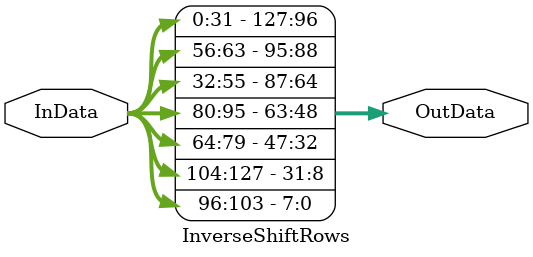
<source format=v>
module InverseShiftRows
(
    InData,
    OutData
);

input [0:127] InData;
output [0:127] OutData;

//ROW1
assign OutData[0:31]=InData[0:31];
//ROW2
genvar j;
assign OutData[32:39]=InData[56:63];
generate
    for(j=32;j<49;j=j+8)
    assign OutData[j+8:j+15]=InData[j:j+7];
endgenerate
//ROW3
assign OutData[72:79]=InData[88:95];
assign OutData[64:71]=InData[80:87];
generate
    for(j=64;j<73;j=j+8)
    assign OutData[j+16:j+23]=InData[j:j+7];
endgenerate
//ROW4
assign OutData[120:127]=InData[96:103];
generate
    for(j=104;j<121;j=j+8)
    assign OutData[j-8:j-1]=InData[j:j+7];
endgenerate


endmodule
</source>
